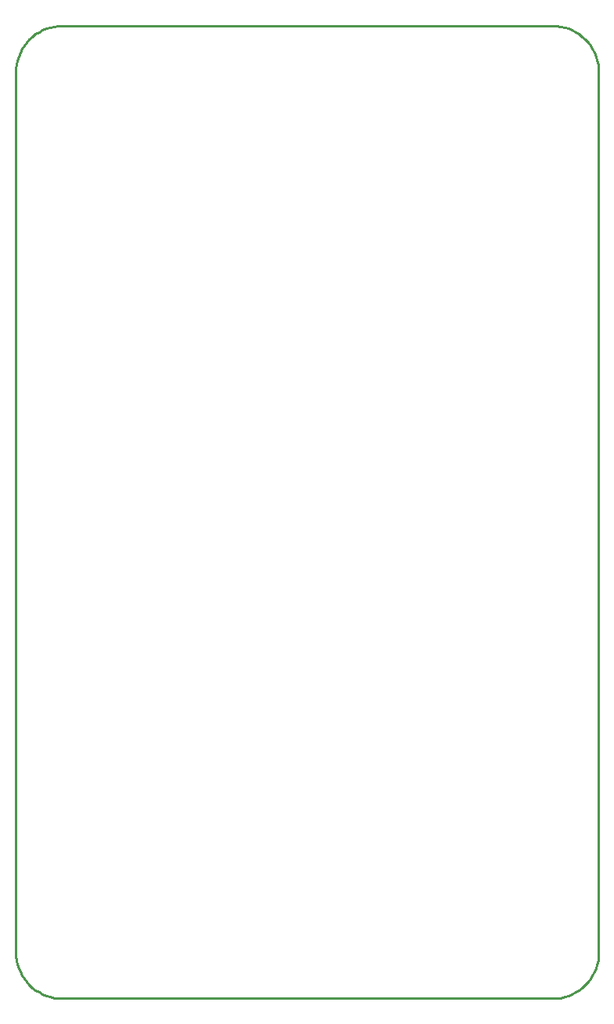
<source format=gbr>
G04 EAGLE Gerber RS-274X export*
G75*
%MOMM*%
%FSLAX34Y34*%
%LPD*%
%IN*%
%IPPOS*%
%AMOC8*
5,1,8,0,0,1.08239X$1,22.5*%
G01*
G04 Define Apertures*
%ADD10C,0.254000*%
D10*
X0Y50000D02*
X190Y45642D01*
X760Y41318D01*
X1704Y37059D01*
X3015Y32899D01*
X4685Y28869D01*
X6699Y25000D01*
X9042Y21321D01*
X11698Y17861D01*
X14645Y14645D01*
X17861Y11698D01*
X21321Y9042D01*
X25000Y6699D01*
X28869Y4685D01*
X32899Y3015D01*
X37059Y1704D01*
X41318Y760D01*
X45642Y190D01*
X50000Y0D01*
X580100Y0D01*
X584458Y190D01*
X588782Y760D01*
X593041Y1704D01*
X597201Y3015D01*
X601231Y4685D01*
X605100Y6699D01*
X608779Y9042D01*
X612239Y11698D01*
X615455Y14645D01*
X618402Y17861D01*
X621058Y21321D01*
X623401Y25000D01*
X625415Y28869D01*
X627085Y32899D01*
X628396Y37059D01*
X629340Y41318D01*
X629910Y45642D01*
X630100Y50000D01*
X630100Y1000400D01*
X629910Y1004758D01*
X629340Y1009082D01*
X628396Y1013341D01*
X627085Y1017501D01*
X625415Y1021531D01*
X623401Y1025400D01*
X621058Y1029079D01*
X618402Y1032539D01*
X615455Y1035755D01*
X612239Y1038702D01*
X608779Y1041358D01*
X605100Y1043701D01*
X601231Y1045715D01*
X597201Y1047385D01*
X593041Y1048696D01*
X588782Y1049640D01*
X584458Y1050210D01*
X580100Y1050400D01*
X50000Y1050400D01*
X45642Y1050210D01*
X41318Y1049640D01*
X37059Y1048696D01*
X32899Y1047385D01*
X28869Y1045715D01*
X25000Y1043701D01*
X21321Y1041358D01*
X17861Y1038702D01*
X14645Y1035755D01*
X11698Y1032539D01*
X9042Y1029079D01*
X6699Y1025400D01*
X4685Y1021531D01*
X3015Y1017501D01*
X1704Y1013341D01*
X760Y1009082D01*
X190Y1004758D01*
X0Y1000400D01*
X0Y50000D01*
M02*

</source>
